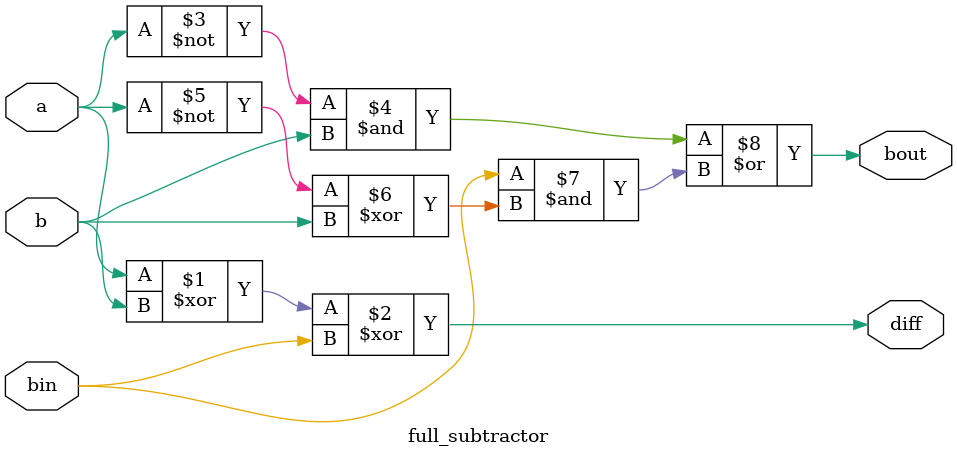
<source format=v>
`timescale 1ns / 1ps


module full_subtractor(a,b,bin,diff,bout);
input a,b,bin;
output diff,bout;

assign diff = a^b^bin;
assign bout = ~a&b | bin&(~a^b);

endmodule

</source>
